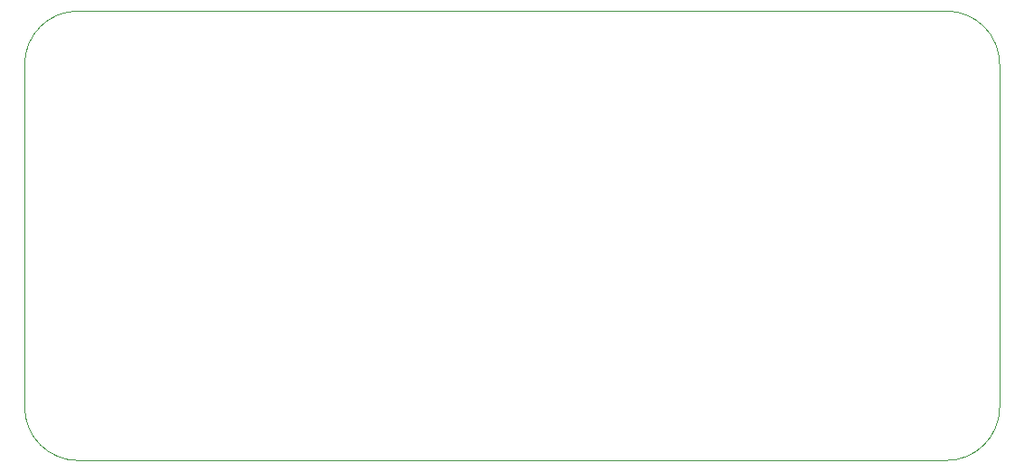
<source format=gbr>
%TF.GenerationSoftware,KiCad,Pcbnew,7.0.1*%
%TF.CreationDate,2023-06-16T22:25:01+09:00*%
%TF.ProjectId,CANFD_HUB,43414e46-445f-4485-9542-2e6b69636164,rev?*%
%TF.SameCoordinates,Original*%
%TF.FileFunction,Profile,NP*%
%FSLAX46Y46*%
G04 Gerber Fmt 4.6, Leading zero omitted, Abs format (unit mm)*
G04 Created by KiCad (PCBNEW 7.0.1) date 2023-06-16 22:25:01*
%MOMM*%
%LPD*%
G01*
G04 APERTURE LIST*
%TA.AperFunction,Profile*%
%ADD10C,0.050000*%
%TD*%
G04 APERTURE END LIST*
D10*
X102791100Y-88921600D02*
X102791100Y-121085600D01*
X102791100Y-121085600D02*
G75*
G03*
X107791100Y-126085600I5000000J0D01*
G01*
X107791100Y-126085600D02*
X189211100Y-126085600D01*
X189211100Y-126085600D02*
G75*
G03*
X194211100Y-121085600I0J5000000D01*
G01*
X194211100Y-121085600D02*
X194211100Y-88921600D01*
X194211100Y-88921600D02*
G75*
G03*
X189211100Y-83921600I-5000000J0D01*
G01*
X189211100Y-83921600D02*
X107791100Y-83921600D01*
X107791100Y-83921600D02*
G75*
G03*
X102791100Y-88921600I0J-5000000D01*
G01*
M02*

</source>
